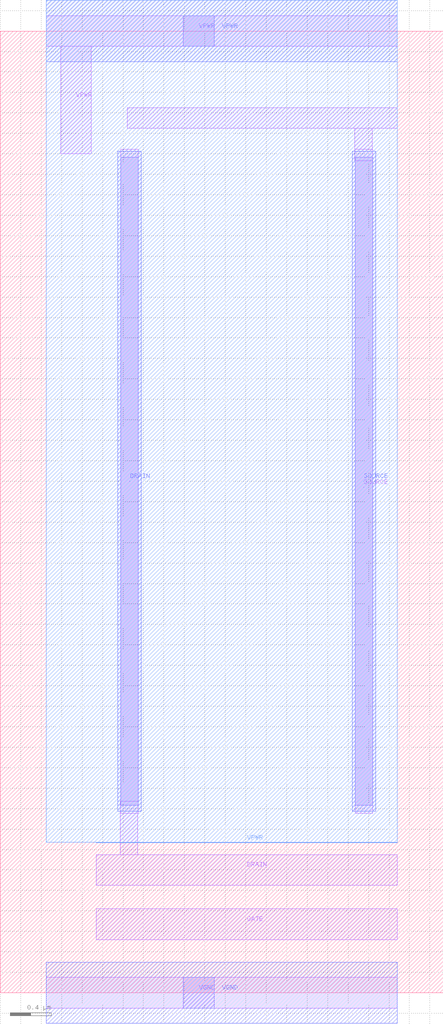
<source format=lef>
VERSION 5.7 ;
  NOWIREEXTENSIONATPIN ON ;
  DIVIDERCHAR "/" ;
  BUSBITCHARS "[]" ;
MACRO sky130_asc_pfet_01v8_lvt_1
  CLASS CORE ;
  FOREIGN sky130_asc_pfet_01v8_lvt_1 ;
  ORIGIN 0.000 0.000 ;
  SIZE 4.330 BY 9.400 ;
  SITE unitasc ;
  PIN GATE
    DIRECTION INOUT ;
    USE SIGNAL ;
    ANTENNAGATEAREA 12.900000 ;
    PORT
      LAYER li1 ;
        RECT 0.940 0.520 3.880 0.820 ;
    END
  END GATE
  PIN SOURCE
    DIRECTION INOUT ;
    USE SIGNAL ;
    ANTENNADIFFAREA 1.870500 ;
    PORT
      LAYER li1 ;
        RECT 1.240 8.450 3.880 8.650 ;
        RECT 3.465 8.245 3.635 8.450 ;
        RECT 3.465 8.130 3.640 8.245 ;
        RECT 3.470 1.755 3.640 8.130 ;
      LAYER mcon ;
        RECT 3.470 1.835 3.640 8.165 ;
      LAYER met1 ;
        RECT 3.440 1.775 3.670 8.225 ;
    END
  END SOURCE
  PIN DRAIN
    DIRECTION INOUT ;
    USE SIGNAL ;
    ANTENNADIFFAREA 1.870500 ;
    PORT
      LAYER li1 ;
        RECT 1.180 1.870 1.350 8.245 ;
        RECT 1.175 1.755 1.350 1.870 ;
        RECT 1.175 1.350 1.345 1.755 ;
        RECT 0.940 1.050 3.880 1.350 ;
      LAYER mcon ;
        RECT 1.180 1.835 1.350 8.165 ;
      LAYER met1 ;
        RECT 1.150 1.775 1.380 8.225 ;
    END
  END DRAIN
  PIN VPWR
    DIRECTION INOUT ;
    USE POWER ;
    PORT
      LAYER nwell ;
        RECT 0.450 1.470 3.880 9.700 ;
        RECT 0.940 1.465 3.880 1.470 ;
      LAYER li1 ;
        RECT 0.450 9.250 3.880 9.550 ;
        RECT 0.590 8.200 0.890 9.250 ;
      LAYER mcon ;
        RECT 1.790 9.250 2.090 9.550 ;
      LAYER met1 ;
        RECT 0.450 9.100 3.880 9.700 ;
    END
  END VPWR
  PIN VGND
    DIRECTION INOUT ;
    USE GROUND ;
    PORT
      LAYER li1 ;
        RECT 0.450 -0.150 3.880 0.150 ;
      LAYER mcon ;
        RECT 1.790 -0.150 2.090 0.150 ;
      LAYER met1 ;
        RECT 0.450 -0.300 3.880 0.300 ;
    END
  END VGND
END sky130_asc_pfet_01v8_lvt_1
END LIBRARY


</source>
